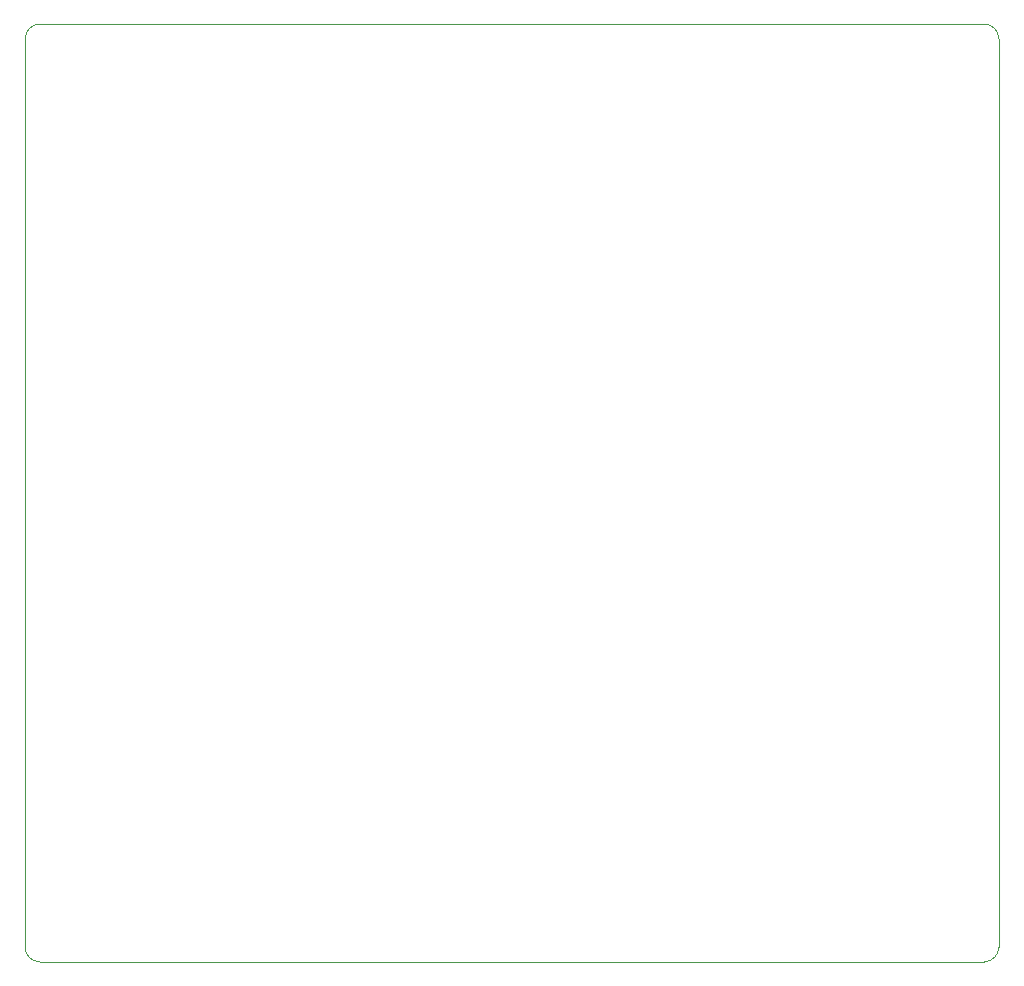
<source format=gm1>
%TF.GenerationSoftware,KiCad,Pcbnew,(6.0.0)*%
%TF.CreationDate,2023-01-12T10:54:33-06:00*%
%TF.ProjectId,deej,6465656a-2e6b-4696-9361-645f70636258,rev?*%
%TF.SameCoordinates,Original*%
%TF.FileFunction,Profile,NP*%
%FSLAX46Y46*%
G04 Gerber Fmt 4.6, Leading zero omitted, Abs format (unit mm)*
G04 Created by KiCad (PCBNEW (6.0.0)) date 2023-01-12 10:54:33*
%MOMM*%
%LPD*%
G01*
G04 APERTURE LIST*
%TA.AperFunction,Profile*%
%ADD10C,0.100000*%
%TD*%
G04 APERTURE END LIST*
D10*
X168900974Y-38109026D02*
X168900974Y-115052974D01*
X87639026Y-36839026D02*
X167630974Y-36839026D01*
X86360000Y-115062000D02*
X86369026Y-38109026D01*
X167630974Y-116322974D02*
X87630000Y-116332000D01*
X167630974Y-116322974D02*
G75*
G03*
X168900974Y-115052974I1J1269999D01*
G01*
X168900974Y-38109026D02*
G75*
G03*
X167630974Y-36839026I-1269999J1D01*
G01*
X87639026Y-36839026D02*
G75*
G03*
X86369026Y-38109026I-1J-1269999D01*
G01*
X86360000Y-115062000D02*
G75*
G03*
X87630000Y-116332000I1270000J0D01*
G01*
M02*

</source>
